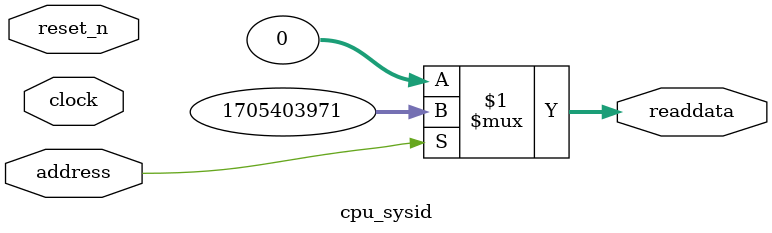
<source format=v>



// synthesis translate_off
`timescale 1ns / 1ps
// synthesis translate_on

// turn off superfluous verilog processor warnings 
// altera message_level Level1 
// altera message_off 10034 10035 10036 10037 10230 10240 10030 

module cpu_sysid (
               // inputs:
                address,
                clock,
                reset_n,

               // outputs:
                readdata
             )
;

  output  [ 31: 0] readdata;
  input            address;
  input            clock;
  input            reset_n;

  wire    [ 31: 0] readdata;
  //control_slave, which is an e_avalon_slave
  assign readdata = address ? 1705403971 : 0;

endmodule



</source>
